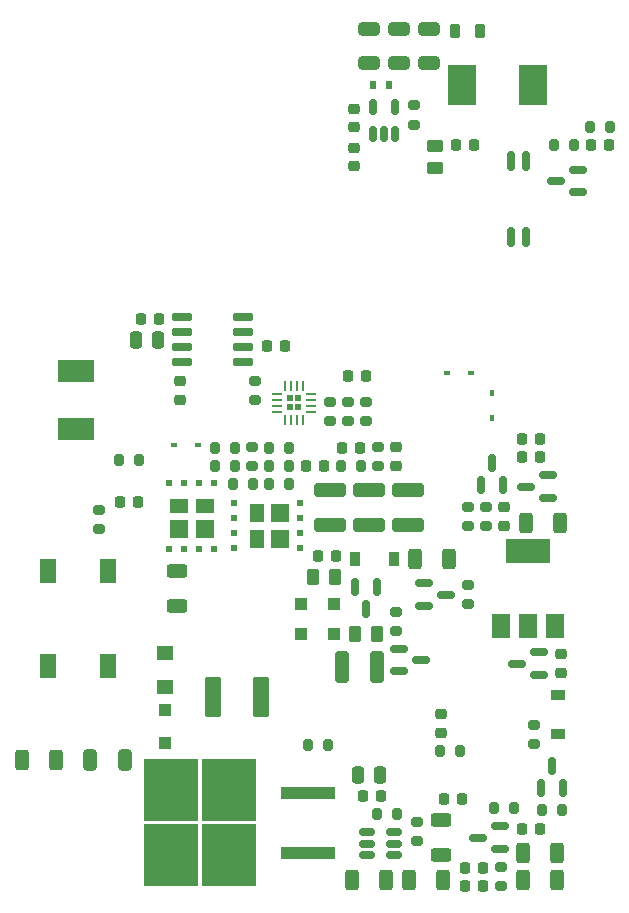
<source format=gbr>
%TF.GenerationSoftware,KiCad,Pcbnew,7.99.0-950-gc4668c1d3a-dirty*%
%TF.CreationDate,2023-06-21T04:13:59+08:00*%
%TF.ProjectId,LightningReed,4c696768-746e-4696-9e67-526565642e6b,rev?*%
%TF.SameCoordinates,Original*%
%TF.FileFunction,Paste,Bot*%
%TF.FilePolarity,Positive*%
%FSLAX46Y46*%
G04 Gerber Fmt 4.6, Leading zero omitted, Abs format (unit mm)*
G04 Created by KiCad (PCBNEW 7.99.0-950-gc4668c1d3a-dirty) date 2023-06-21 04:13:59*
%MOMM*%
%LPD*%
G01*
G04 APERTURE LIST*
G04 Aperture macros list*
%AMRoundRect*
0 Rectangle with rounded corners*
0 $1 Rounding radius*
0 $2 $3 $4 $5 $6 $7 $8 $9 X,Y pos of 4 corners*
0 Add a 4 corners polygon primitive as box body*
4,1,4,$2,$3,$4,$5,$6,$7,$8,$9,$2,$3,0*
0 Add four circle primitives for the rounded corners*
1,1,$1+$1,$2,$3*
1,1,$1+$1,$4,$5*
1,1,$1+$1,$6,$7*
1,1,$1+$1,$8,$9*
0 Add four rect primitives between the rounded corners*
20,1,$1+$1,$2,$3,$4,$5,0*
20,1,$1+$1,$4,$5,$6,$7,0*
20,1,$1+$1,$6,$7,$8,$9,0*
20,1,$1+$1,$8,$9,$2,$3,0*%
G04 Aperture macros list end*
%ADD10R,0.600000X0.450000*%
%ADD11RoundRect,0.150000X-0.587500X-0.150000X0.587500X-0.150000X0.587500X0.150000X-0.587500X0.150000X0*%
%ADD12RoundRect,0.200000X-0.200000X-0.275000X0.200000X-0.275000X0.200000X0.275000X-0.200000X0.275000X0*%
%ADD13RoundRect,0.200000X-0.275000X0.200000X-0.275000X-0.200000X0.275000X-0.200000X0.275000X0.200000X0*%
%ADD14RoundRect,0.250000X0.250000X0.475000X-0.250000X0.475000X-0.250000X-0.475000X0.250000X-0.475000X0*%
%ADD15R,0.450000X0.600000*%
%ADD16RoundRect,0.225000X0.225000X0.250000X-0.225000X0.250000X-0.225000X-0.250000X0.225000X-0.250000X0*%
%ADD17RoundRect,0.200000X0.275000X-0.200000X0.275000X0.200000X-0.275000X0.200000X-0.275000X-0.200000X0*%
%ADD18RoundRect,0.225000X-0.250000X0.225000X-0.250000X-0.225000X0.250000X-0.225000X0.250000X0.225000X0*%
%ADD19R,0.600000X0.700000*%
%ADD20RoundRect,0.150000X0.150000X-0.512500X0.150000X0.512500X-0.150000X0.512500X-0.150000X-0.512500X0*%
%ADD21R,3.150000X1.960000*%
%ADD22RoundRect,0.250000X-0.262500X-0.450000X0.262500X-0.450000X0.262500X0.450000X-0.262500X0.450000X0*%
%ADD23RoundRect,0.250000X0.312500X0.625000X-0.312500X0.625000X-0.312500X-0.625000X0.312500X-0.625000X0*%
%ADD24RoundRect,0.250000X-0.325000X-1.100000X0.325000X-1.100000X0.325000X1.100000X-0.325000X1.100000X0*%
%ADD25RoundRect,0.225000X0.250000X-0.225000X0.250000X0.225000X-0.250000X0.225000X-0.250000X-0.225000X0*%
%ADD26RoundRect,0.218750X-0.218750X-0.381250X0.218750X-0.381250X0.218750X0.381250X-0.218750X0.381250X0*%
%ADD27RoundRect,0.250000X-0.312500X-0.625000X0.312500X-0.625000X0.312500X0.625000X-0.312500X0.625000X0*%
%ADD28RoundRect,0.250000X-0.450000X0.262500X-0.450000X-0.262500X0.450000X-0.262500X0.450000X0.262500X0*%
%ADD29RoundRect,0.225000X-0.225000X-0.250000X0.225000X-0.250000X0.225000X0.250000X-0.225000X0.250000X0*%
%ADD30RoundRect,0.250000X1.100000X-0.325000X1.100000X0.325000X-1.100000X0.325000X-1.100000X-0.325000X0*%
%ADD31R,1.235000X1.570000*%
%ADD32R,1.585000X1.570000*%
%ADD33R,0.490000X0.490000*%
%ADD34RoundRect,0.250000X-0.625000X0.312500X-0.625000X-0.312500X0.625000X-0.312500X0.625000X0.312500X0*%
%ADD35RoundRect,0.250000X-0.650000X0.325000X-0.650000X-0.325000X0.650000X-0.325000X0.650000X0.325000X0*%
%ADD36RoundRect,0.150000X0.587500X0.150000X-0.587500X0.150000X-0.587500X-0.150000X0.587500X-0.150000X0*%
%ADD37R,1.570000X1.235000*%
%ADD38R,1.570000X1.585000*%
%ADD39R,0.900000X1.200000*%
%ADD40RoundRect,0.150000X0.725000X0.150000X-0.725000X0.150000X-0.725000X-0.150000X0.725000X-0.150000X0*%
%ADD41R,1.100000X1.100000*%
%ADD42RoundRect,0.200000X0.200000X0.275000X-0.200000X0.275000X-0.200000X-0.275000X0.200000X-0.275000X0*%
%ADD43R,1.470660X2.105660*%
%ADD44RoundRect,0.150000X0.512500X0.150000X-0.512500X0.150000X-0.512500X-0.150000X0.512500X-0.150000X0*%
%ADD45RoundRect,0.150000X-0.150000X0.662500X-0.150000X-0.662500X0.150000X-0.662500X0.150000X0.662500X0*%
%ADD46R,4.550000X5.250000*%
%ADD47R,4.600000X1.100000*%
%ADD48RoundRect,0.150000X0.150000X-0.587500X0.150000X0.587500X-0.150000X0.587500X-0.150000X-0.587500X0*%
%ADD49RoundRect,0.250000X-1.100000X0.325000X-1.100000X-0.325000X1.100000X-0.325000X1.100000X0.325000X0*%
%ADD50RoundRect,0.250000X-0.250000X-0.475000X0.250000X-0.475000X0.250000X0.475000X-0.250000X0.475000X0*%
%ADD51RoundRect,0.150000X-0.150000X0.587500X-0.150000X-0.587500X0.150000X-0.587500X0.150000X0.587500X0*%
%ADD52RoundRect,0.250000X0.325000X0.650000X-0.325000X0.650000X-0.325000X-0.650000X0.325000X-0.650000X0*%
%ADD53R,1.500000X2.000000*%
%ADD54R,3.800000X2.000000*%
%ADD55RoundRect,0.250000X0.625000X-0.312500X0.625000X0.312500X-0.625000X0.312500X-0.625000X-0.312500X0*%
%ADD56R,2.350000X3.500000*%
%ADD57RoundRect,0.250000X0.262500X0.450000X-0.262500X0.450000X-0.262500X-0.450000X0.262500X-0.450000X0*%
%ADD58RoundRect,0.249999X-0.450001X-1.450001X0.450001X-1.450001X0.450001X1.450001X-0.450001X1.450001X0*%
%ADD59RoundRect,0.145000X-0.145000X0.145000X-0.145000X-0.145000X0.145000X-0.145000X0.145000X0.145000X0*%
%ADD60RoundRect,0.062500X-0.062500X0.375000X-0.062500X-0.375000X0.062500X-0.375000X0.062500X0.375000X0*%
%ADD61RoundRect,0.062500X-0.375000X0.062500X-0.375000X-0.062500X0.375000X-0.062500X0.375000X0.062500X0*%
%ADD62R,1.200000X0.900000*%
%ADD63R,1.400000X1.300000*%
G04 APERTURE END LIST*
D10*
%TO.C,D13*%
X139158000Y-105664000D03*
X141258000Y-105664000D03*
%TD*%
D11*
%TO.C,Q10*%
X137238500Y-125410000D03*
X137238500Y-123510000D03*
X139113500Y-124460000D03*
%TD*%
D12*
%TO.C,TH1*%
X124143000Y-115062000D03*
X125793000Y-115062000D03*
%TD*%
D13*
%TO.C,R48*%
X132334000Y-108141000D03*
X132334000Y-109791000D03*
%TD*%
D14*
%TO.C,C28*%
X112842000Y-102870000D03*
X114742000Y-102870000D03*
%TD*%
D10*
%TO.C,D11*%
X116044000Y-111760000D03*
X118144000Y-111760000D03*
%TD*%
D13*
%TO.C,R51*%
X130810000Y-109791000D03*
X130810000Y-108141000D03*
%TD*%
D15*
%TO.C,D14*%
X143002000Y-109508000D03*
X143002000Y-107408000D03*
%TD*%
D13*
%TO.C,R49*%
X140970000Y-125285000D03*
X140970000Y-123635000D03*
%TD*%
D16*
%TO.C,C33*%
X125489000Y-103378000D03*
X123939000Y-103378000D03*
%TD*%
D13*
%TO.C,R46*%
X133350000Y-111951000D03*
X133350000Y-113601000D03*
%TD*%
D17*
%TO.C,R50*%
X129286000Y-109791000D03*
X129286000Y-108141000D03*
%TD*%
D16*
%TO.C,C34*%
X132347000Y-105918000D03*
X130797000Y-105918000D03*
%TD*%
D18*
%TO.C,C32*%
X134874000Y-112001000D03*
X134874000Y-113551000D03*
%TD*%
D13*
%TO.C,R37*%
X109728000Y-117285000D03*
X109728000Y-118935000D03*
%TD*%
D19*
%TO.C,D17*%
X134304000Y-81304000D03*
X132904000Y-81304000D03*
%TD*%
D16*
%TO.C,C7*%
X142253000Y-147574000D03*
X140703000Y-147574000D03*
%TD*%
D20*
%TO.C,U9*%
X134808000Y-83214500D03*
X132908000Y-83214500D03*
X132908000Y-85489500D03*
X133858000Y-85489500D03*
X134808000Y-85489500D03*
%TD*%
D21*
%TO.C,F1*%
X107758500Y-105500000D03*
X107758500Y-110400000D03*
%TD*%
D22*
%TO.C,R41*%
X131421500Y-127762000D03*
X133246500Y-127762000D03*
%TD*%
D16*
%TO.C,C23*%
X114834000Y-101092000D03*
X113284000Y-101092000D03*
%TD*%
D23*
%TO.C,R30*%
X139384500Y-121412000D03*
X136459500Y-121412000D03*
%TD*%
D24*
%TO.C,C27*%
X130351000Y-130556000D03*
X133301000Y-130556000D03*
%TD*%
D25*
%TO.C,C45*%
X131318000Y-83323000D03*
X131318000Y-84873000D03*
%TD*%
D26*
%TO.C,L6*%
X142032500Y-76732000D03*
X139907500Y-76732000D03*
%TD*%
D27*
%TO.C,R6*%
X145603500Y-148590000D03*
X148528500Y-148590000D03*
%TD*%
D28*
%TO.C,R61*%
X138176000Y-88312500D03*
X138176000Y-86487500D03*
%TD*%
D17*
%TO.C,R27*%
X146558000Y-137144500D03*
X146558000Y-135494500D03*
%TD*%
D27*
%TO.C,R7*%
X145603500Y-146304000D03*
X148528500Y-146304000D03*
%TD*%
D23*
%TO.C,R19*%
X148782500Y-118364000D03*
X145857500Y-118364000D03*
%TD*%
D29*
%TO.C,C38*%
X141491000Y-86384000D03*
X139941000Y-86384000D03*
%TD*%
D30*
%TO.C,C22*%
X129286000Y-118569000D03*
X129286000Y-115619000D03*
%TD*%
D29*
%TO.C,C31*%
X127241000Y-113538000D03*
X128791000Y-113538000D03*
%TD*%
D31*
%TO.C,Q7*%
X123154500Y-117523000D03*
X123154500Y-119713000D03*
D32*
X125064500Y-117523000D03*
X125064500Y-119713000D03*
D33*
X121152000Y-117983000D03*
X121152000Y-119253000D03*
X121152000Y-120523000D03*
X121152000Y-116713000D03*
X126752000Y-116713000D03*
X126752000Y-117983000D03*
X126752000Y-119253000D03*
X126752000Y-120523000D03*
%TD*%
D34*
%TO.C,R4*%
X138684000Y-143571500D03*
X138684000Y-146496500D03*
%TD*%
D35*
%TO.C,C40*%
X135128000Y-76527000D03*
X135128000Y-79477000D03*
%TD*%
D12*
%TO.C,R5*%
X133287000Y-143002000D03*
X134937000Y-143002000D03*
%TD*%
D29*
%TO.C,C8*%
X138925000Y-141732000D03*
X140475000Y-141732000D03*
%TD*%
D36*
%TO.C,Q5*%
X143685500Y-144084000D03*
X143685500Y-145984000D03*
X141810500Y-145034000D03*
%TD*%
D16*
%TO.C,C5*%
X133617000Y-141478000D03*
X132067000Y-141478000D03*
%TD*%
D13*
%TO.C,R9*%
X136652000Y-143701000D03*
X136652000Y-145351000D03*
%TD*%
D29*
%TO.C,C30*%
X130289000Y-112014000D03*
X131839000Y-112014000D03*
%TD*%
D37*
%TO.C,Q8*%
X118697000Y-116982500D03*
X116507000Y-116982500D03*
D38*
X118697000Y-118892500D03*
X116507000Y-118892500D03*
D33*
X118237000Y-114980000D03*
X116967000Y-114980000D03*
X115697000Y-114980000D03*
X119507000Y-114980000D03*
X119507000Y-120580000D03*
X118237000Y-120580000D03*
X116967000Y-120580000D03*
X115697000Y-120580000D03*
%TD*%
D16*
%TO.C,C25*%
X113043000Y-116586000D03*
X111493000Y-116586000D03*
%TD*%
D39*
%TO.C,D10*%
X134746000Y-121412000D03*
X131446000Y-121412000D03*
%TD*%
D40*
%TO.C,U5*%
X121955000Y-100965000D03*
X121955000Y-102235000D03*
X121955000Y-103505000D03*
X121955000Y-104775000D03*
X116805000Y-104775000D03*
X116805000Y-103505000D03*
X116805000Y-102235000D03*
X116805000Y-100965000D03*
%TD*%
D41*
%TO.C,D9*%
X129670000Y-127762000D03*
X126870000Y-127762000D03*
%TD*%
D17*
%TO.C,R26*%
X140970000Y-118681000D03*
X140970000Y-117031000D03*
%TD*%
D41*
%TO.C,D8*%
X129670000Y-125222000D03*
X126870000Y-125222000D03*
%TD*%
D42*
%TO.C,R36*%
X113093000Y-113030000D03*
X111443000Y-113030000D03*
%TD*%
D41*
%TO.C,D3*%
X115316000Y-134236000D03*
X115316000Y-137036000D03*
%TD*%
D43*
%TO.C,D2*%
X110500160Y-130543300D03*
X105399840Y-130543300D03*
X105399840Y-122440700D03*
X110500160Y-122440700D03*
%TD*%
D29*
%TO.C,C36*%
X152921000Y-86384000D03*
X151371000Y-86384000D03*
%TD*%
D36*
%TO.C,Q4*%
X146987500Y-129352000D03*
X146987500Y-131252000D03*
X145112500Y-130302000D03*
%TD*%
D12*
%TO.C,R29*%
X147257000Y-142669500D03*
X148907000Y-142669500D03*
%TD*%
D44*
%TO.C,U1*%
X134741500Y-144592000D03*
X134741500Y-145542000D03*
X134741500Y-146492000D03*
X132466500Y-146492000D03*
X132466500Y-145542000D03*
X132466500Y-144592000D03*
%TD*%
D35*
%TO.C,C39*%
X137668000Y-76527000D03*
X137668000Y-79477000D03*
%TD*%
D45*
%TO.C,U7*%
X144653000Y-94143500D03*
X145923000Y-94143500D03*
X145923000Y-87768500D03*
X144653000Y-87768500D03*
%TD*%
D42*
%TO.C,R32*%
X122745000Y-115062000D03*
X121095000Y-115062000D03*
%TD*%
D46*
%TO.C,Q1*%
X120716000Y-146539000D03*
X120716000Y-140989000D03*
X115866000Y-146539000D03*
X115866000Y-140989000D03*
D47*
X127441000Y-141224000D03*
X127441000Y-146304000D03*
%TD*%
D16*
%TO.C,C12*%
X147079000Y-112776000D03*
X145529000Y-112776000D03*
%TD*%
D13*
%TO.C,R42*%
X134874000Y-125921000D03*
X134874000Y-127571000D03*
%TD*%
D23*
%TO.C,R3*%
X138876500Y-148590000D03*
X135951500Y-148590000D03*
%TD*%
D16*
%TO.C,C13*%
X147079000Y-111252000D03*
X145529000Y-111252000D03*
%TD*%
D42*
%TO.C,R34*%
X121221000Y-113538000D03*
X119571000Y-113538000D03*
%TD*%
D48*
%TO.C,Q6*%
X149032000Y-140813000D03*
X147132000Y-140813000D03*
X148082000Y-138938000D03*
%TD*%
D12*
%TO.C,R60*%
X152971000Y-84860000D03*
X151321000Y-84860000D03*
%TD*%
D18*
%TO.C,C14*%
X144018000Y-117081000D03*
X144018000Y-118631000D03*
%TD*%
D12*
%TO.C,R44*%
X124143000Y-113538000D03*
X125793000Y-113538000D03*
%TD*%
D25*
%TO.C,C24*%
X116586000Y-107963000D03*
X116586000Y-106413000D03*
%TD*%
D49*
%TO.C,C21*%
X135890000Y-118569000D03*
X135890000Y-115619000D03*
%TD*%
D50*
%TO.C,C4*%
X131638000Y-139700000D03*
X133538000Y-139700000D03*
%TD*%
D48*
%TO.C,Q2*%
X143952000Y-115159000D03*
X142052000Y-115159000D03*
X143002000Y-113284000D03*
%TD*%
D13*
%TO.C,R8*%
X143764000Y-147511000D03*
X143764000Y-149161000D03*
%TD*%
D51*
%TO.C,Q9*%
X131384000Y-123776500D03*
X133284000Y-123776500D03*
X132334000Y-125651500D03*
%TD*%
D12*
%TO.C,R15*%
X138621000Y-137668000D03*
X140271000Y-137668000D03*
%TD*%
D16*
%TO.C,C26*%
X129807000Y-121158000D03*
X128257000Y-121158000D03*
%TD*%
D35*
%TO.C,C41*%
X132588000Y-76527000D03*
X132588000Y-79477000D03*
%TD*%
D52*
%TO.C,C18*%
X111965000Y-138430000D03*
X109015000Y-138430000D03*
%TD*%
D17*
%TO.C,R47*%
X122936000Y-108013000D03*
X122936000Y-106363000D03*
%TD*%
%TO.C,R62*%
X136398000Y-83019000D03*
X136398000Y-84669000D03*
%TD*%
D23*
%TO.C,R2*%
X134050500Y-148590000D03*
X131125500Y-148590000D03*
%TD*%
D53*
%TO.C,Q3*%
X148350000Y-127102000D03*
X146050000Y-127102000D03*
D54*
X146050000Y-120802000D03*
D53*
X143750000Y-127102000D03*
%TD*%
D11*
%TO.C,D12*%
X135128000Y-130932000D03*
X135128000Y-129032000D03*
X137003000Y-129982000D03*
%TD*%
D17*
%TO.C,R17*%
X142494000Y-118681000D03*
X142494000Y-117031000D03*
%TD*%
D25*
%TO.C,C15*%
X148844000Y-131064000D03*
X148844000Y-129514000D03*
%TD*%
D55*
%TO.C,R39*%
X116332000Y-125414500D03*
X116332000Y-122489500D03*
%TD*%
D42*
%TO.C,R59*%
X148273000Y-86384000D03*
X149923000Y-86384000D03*
%TD*%
D56*
%TO.C,L5*%
X146512000Y-81304000D03*
X140462000Y-81304000D03*
%TD*%
D29*
%TO.C,C17*%
X145529000Y-144272000D03*
X147079000Y-144272000D03*
%TD*%
D36*
%TO.C,U8*%
X148414500Y-89432000D03*
X150289500Y-90382000D03*
X150289500Y-88482000D03*
%TD*%
D57*
%TO.C,R40*%
X129690500Y-122936000D03*
X127865500Y-122936000D03*
%TD*%
D36*
%TO.C,U2*%
X147749500Y-116266000D03*
X145874500Y-115316000D03*
X147749500Y-114366000D03*
%TD*%
D58*
%TO.C,C19*%
X119362000Y-133096000D03*
X123462000Y-133096000D03*
%TD*%
D42*
%TO.C,R45*%
X131889000Y-113538000D03*
X130239000Y-113538000D03*
%TD*%
D25*
%TO.C,C11*%
X138684000Y-136157000D03*
X138684000Y-134607000D03*
%TD*%
D59*
%TO.C,U4*%
X126598000Y-107844000D03*
X125878000Y-107844000D03*
X126598000Y-108564000D03*
X125878000Y-108564000D03*
D60*
X125488000Y-106766500D03*
X125988000Y-106766500D03*
X126488000Y-106766500D03*
X126988000Y-106766500D03*
D61*
X127675500Y-107454000D03*
X127675500Y-107954000D03*
X127675500Y-108454000D03*
X127675500Y-108954000D03*
D60*
X126988000Y-109641500D03*
X126488000Y-109641500D03*
X125988000Y-109641500D03*
X125488000Y-109641500D03*
D61*
X124800500Y-108954000D03*
X124800500Y-108454000D03*
X124800500Y-107954000D03*
X124800500Y-107454000D03*
%TD*%
D12*
%TO.C,R1*%
X127445000Y-137160000D03*
X129095000Y-137160000D03*
%TD*%
D42*
%TO.C,R33*%
X121221000Y-112014000D03*
X119571000Y-112014000D03*
%TD*%
D16*
%TO.C,C6*%
X142253000Y-149098000D03*
X140703000Y-149098000D03*
%TD*%
D12*
%TO.C,R28*%
X143193000Y-142494000D03*
X144843000Y-142494000D03*
%TD*%
D62*
%TO.C,D6*%
X148590000Y-132970000D03*
X148590000Y-136270000D03*
%TD*%
D63*
%TO.C,D1*%
X115316000Y-132260000D03*
X115316000Y-129360000D03*
%TD*%
D23*
%TO.C,R38*%
X106110500Y-138430000D03*
X103185500Y-138430000D03*
%TD*%
D12*
%TO.C,R43*%
X124143000Y-112014000D03*
X125793000Y-112014000D03*
%TD*%
D17*
%TO.C,R31*%
X122682000Y-113601000D03*
X122682000Y-111951000D03*
%TD*%
D25*
%TO.C,C47*%
X131318000Y-86625000D03*
X131318000Y-88175000D03*
%TD*%
D49*
%TO.C,C20*%
X132588000Y-118569000D03*
X132588000Y-115619000D03*
%TD*%
M02*

</source>
